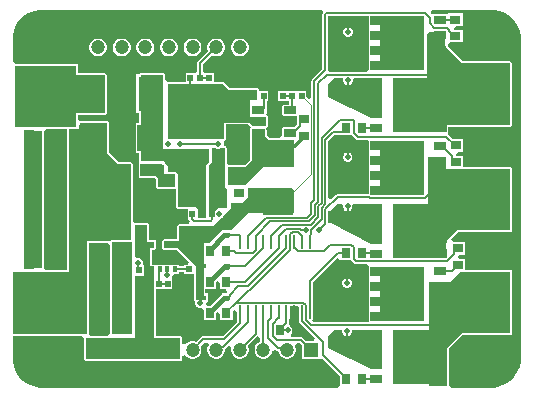
<source format=gtl>
G04*
G04 #@! TF.GenerationSoftware,Altium Limited,Altium Designer,23.8.1 (32)*
G04*
G04 Layer_Physical_Order=1*
G04 Layer_Color=255*
%FSLAX44Y44*%
%MOMM*%
G71*
G04*
G04 #@! TF.SameCoordinates,050FA7AA-ABA3-4C18-851E-56E06D371AC9*
G04*
G04*
G04 #@! TF.FilePolarity,Positive*
G04*
G01*
G75*
%ADD10C,0.1000*%
%ADD11C,0.2000*%
%ADD14R,1.0000X0.8000*%
%ADD15R,1.2700X0.9400*%
%ADD16R,0.4700X0.5200*%
%ADD17R,2.1600X2.2600*%
%ADD18R,0.5900X0.4500*%
%ADD19R,0.9500X1.7000*%
%ADD20R,0.4000X0.5000*%
%ADD21R,1.9000X1.1000*%
%ADD22R,0.5200X0.4700*%
%ADD23R,0.7500X0.9000*%
%ADD24R,0.9000X0.7500*%
%ADD25O,0.2500X1.2000*%
%ADD26R,2.5000X1.8950*%
G04:AMPARAMS|DCode=27|XSize=1.1mm|YSize=0.6mm|CornerRadius=0.051mm|HoleSize=0mm|Usage=FLASHONLY|Rotation=180.000|XOffset=0mm|YOffset=0mm|HoleType=Round|Shape=RoundedRectangle|*
%AMROUNDEDRECTD27*
21,1,1.1000,0.4980,0,0,180.0*
21,1,0.9980,0.6000,0,0,180.0*
1,1,0.1020,-0.4990,0.2490*
1,1,0.1020,0.4990,0.2490*
1,1,0.1020,0.4990,-0.2490*
1,1,0.1020,-0.4990,-0.2490*
%
%ADD27ROUNDEDRECTD27*%
%ADD28R,1.7000X0.9500*%
%ADD29R,3.3000X1.0500*%
%ADD30R,0.8000X1.0000*%
%ADD31R,0.9400X1.2700*%
%ADD32R,1.9600X3.0000*%
G04:AMPARAMS|DCode=33|XSize=5mm|YSize=5mm|CornerRadius=1.25mm|HoleSize=0mm|Usage=FLASHONLY|Rotation=0.000|XOffset=0mm|YOffset=0mm|HoleType=Round|Shape=RoundedRectangle|*
%AMROUNDEDRECTD33*
21,1,5.0000,2.5000,0,0,0.0*
21,1,2.5000,5.0000,0,0,0.0*
1,1,2.5000,1.2500,-1.2500*
1,1,2.5000,-1.2500,-1.2500*
1,1,2.5000,-1.2500,1.2500*
1,1,2.5000,1.2500,1.2500*
%
%ADD33ROUNDEDRECTD33*%
%ADD34C,1.2000*%
%ADD35R,1.2000X1.2000*%
%ADD36C,3.2000*%
%ADD37C,0.3000*%
%AMCUSTOMSHAPE38*
4,1,16,2.2500,-2.3000,2.2500,2.3000,-2.2500,2.3000,-2.2500,1.5000,-1.4000,1.5000,-1.4000,1.0300,-2.2500,1.0300,-2.2500,0.2300,-1.4000,0.2300,-1.4000,-0.2400,-2.2500,-0.2400,-2.2500,-1.0400,-1.4000,-1.0400,-1.4000,-1.5100,-2.2500,-1.5100,-2.2500,-2.3000,2.2500,-2.3000,0.0*%
%ADD38CUSTOMSHAPE38*%

%ADD39R,0.2540X0.2540*%
%AMCUSTOMSHAPE40*
4,1,16,-2.2500,2.3000,-2.2500,-2.3000,2.2500,-2.3000,2.2500,-1.5000,1.4000,-1.5000,1.4000,-1.0300,2.2500,-1.0300,2.2500,-0.2300,1.4000,-0.2300,1.4000,0.2400,2.2500,0.2400,2.2500,1.0400,1.4000,1.0400,1.4000,1.5100,2.2500,1.5100,2.2500,2.3000,-2.2500,2.3000,0.0*%
%ADD40CUSTOMSHAPE40*%

%AMCUSTOMSHAPE41*
4,1,16,-2.3000,-2.2500,2.3000,-2.2500,2.3000,2.2500,1.5000,2.2500,1.5000,1.4000,1.0300,1.4000,1.0300,2.2500,0.2300,2.2500,0.2300,1.4000,-0.2400,1.4000,-0.2400,2.2500,-1.0400,2.2500,-1.0400,1.4000,-1.5100,1.4000,-1.5100,2.2500,-2.3000,2.2500,-2.3000,-2.2500,0.0*%
%ADD41CUSTOMSHAPE41*%

%ADD42C,0.4000*%
%ADD43C,0.3000*%
%ADD44R,0.2286X0.3048*%
%ADD45C,0.5000*%
G36*
X285544Y346325D02*
X285750Y345460D01*
X285345Y344854D01*
X285151Y343878D01*
Y297556D01*
X276598Y289002D01*
X276045Y288175D01*
X275851Y287200D01*
Y273151D01*
X273504Y272180D01*
X271550Y274134D01*
Y279200D01*
X263850D01*
Y279200D01*
X262950D01*
Y279200D01*
X247650D01*
Y271000D01*
X256551D01*
Y267339D01*
X252810D01*
X252026Y267183D01*
X251361Y266739D01*
X250917Y266074D01*
X250761Y265290D01*
Y260310D01*
X250917Y259526D01*
X251361Y258861D01*
X252026Y258417D01*
X252810Y258261D01*
X262790D01*
X263039Y257600D01*
X263300D01*
Y256911D01*
X263700Y255852D01*
Y252596D01*
X263651Y252350D01*
Y250756D01*
X261234Y248339D01*
X252810D01*
X252026Y248183D01*
X251361Y247739D01*
X250917Y247074D01*
X250761Y246290D01*
Y241310D01*
X248697Y239624D01*
X239772D01*
X237839Y241557D01*
Y246290D01*
X237824Y246370D01*
Y246800D01*
X237493Y247598D01*
X238348Y247952D01*
X238824Y249100D01*
Y257300D01*
X238348Y258448D01*
X237962Y258608D01*
X237683Y259526D01*
X237839Y260310D01*
Y264725D01*
X238021Y264996D01*
X238215Y265972D01*
Y271000D01*
X239250D01*
Y279200D01*
X231724D01*
Y280000D01*
X231248Y281148D01*
X230100Y281624D01*
X206873D01*
X202548Y285948D01*
X201400Y286424D01*
X193250D01*
Y294400D01*
X185550D01*
X184249Y296401D01*
Y301444D01*
X191995Y309190D01*
X192305Y309011D01*
X194213Y308500D01*
X196187D01*
X198095Y309011D01*
X199805Y309998D01*
X201201Y311395D01*
X202189Y313105D01*
X202700Y315013D01*
Y316987D01*
X202189Y318895D01*
X201201Y320605D01*
X199805Y322001D01*
X198095Y322989D01*
X196187Y323500D01*
X194213D01*
X192305Y322989D01*
X190595Y322001D01*
X189198Y320605D01*
X188211Y318895D01*
X187700Y316987D01*
Y315013D01*
X188211Y313105D01*
X188390Y312795D01*
X179898Y304302D01*
X179345Y303475D01*
X179151Y302500D01*
Y295218D01*
X176950Y294400D01*
X176950Y294400D01*
Y294400D01*
X176950Y294400D01*
X169250D01*
Y286424D01*
X154300D01*
X152224Y288313D01*
Y292700D01*
X151748Y293848D01*
X150600Y294324D01*
X131200D01*
X130052Y293848D01*
X129783Y293200D01*
X127500D01*
Y260200D01*
X129576D01*
X129576Y252100D01*
X127200D01*
Y226500D01*
X129576D01*
Y219600D01*
X129948Y218704D01*
X129828Y218415D01*
X129600Y218187D01*
X129600Y217864D01*
X129476Y217566D01*
Y207200D01*
X129952Y206052D01*
X131100Y205576D01*
X143728D01*
X144476Y204827D01*
Y198100D01*
X144952Y196952D01*
X146100Y196476D01*
X160600D01*
X161576Y195824D01*
Y181200D01*
X162052Y180052D01*
X163200Y179576D01*
X168666D01*
X171050Y179200D01*
Y171000D01*
X171581D01*
X173010Y168733D01*
X173001Y168684D01*
X171980Y166424D01*
X164000D01*
X162852Y165948D01*
X162376Y164800D01*
Y153624D01*
X151000D01*
X149852Y153148D01*
X149376Y152000D01*
Y146000D01*
X149852Y144852D01*
X151000Y144376D01*
X162327D01*
X172507Y134197D01*
X171535Y131850D01*
X167900D01*
Y130549D01*
X164000D01*
Y132000D01*
X142698D01*
X142400Y132124D01*
X140724D01*
Y144876D01*
X142900D01*
X143198Y145000D01*
X144500D01*
Y146301D01*
X144624Y146600D01*
Y151000D01*
X144500Y151299D01*
Y153000D01*
X138324D01*
X138324Y165573D01*
X138324Y165700D01*
X138323Y165700D01*
X138282Y165800D01*
X138282Y165800D01*
X138200Y165998D01*
X138200Y166321D01*
X138200Y166321D01*
X138159Y166421D01*
X137930Y166649D01*
X137807Y166948D01*
X137508Y167072D01*
X137282Y167298D01*
X137280Y167300D01*
X136957D01*
X136659Y167423D01*
X136659Y167424D01*
X136117Y167424D01*
X126600D01*
X124624Y169354D01*
Y217000D01*
X124148Y218148D01*
X123000Y218624D01*
X112673D01*
X104624Y226672D01*
Y252000D01*
X104148Y253148D01*
X103000Y253624D01*
X80000D01*
X78524Y255761D01*
Y259076D01*
X101000D01*
X102148Y259552D01*
X102624Y260700D01*
Y292700D01*
X102148Y293848D01*
X101000Y294324D01*
X78524D01*
Y300500D01*
X78048Y301648D01*
X76900Y302124D01*
X25540D01*
X23982Y303071D01*
X23000Y304086D01*
Y323091D01*
X23000Y323100D01*
X23033Y325629D01*
X23961Y330292D01*
X25845Y334842D01*
X28581Y338937D01*
X32063Y342419D01*
X36158Y345155D01*
X40708Y347039D01*
X45538Y348000D01*
X48000D01*
X284625Y348000D01*
X285544Y346325D01*
D02*
G37*
G36*
X324476Y335010D02*
X324952Y333862D01*
X324952Y331458D01*
X324476Y330310D01*
Y322310D01*
X324952Y321162D01*
X324952Y318758D01*
X324476Y317610D01*
Y309610D01*
X324952Y308462D01*
X324952Y306058D01*
X324476Y304910D01*
Y297010D01*
X322332Y295549D01*
X291029D01*
X290249Y296500D01*
Y342501D01*
X324476D01*
Y335010D01*
D02*
G37*
G36*
X335900Y256400D02*
X325900D01*
X289700Y273600D01*
Y284000D01*
X295400Y289700D01*
X302396D01*
X303000Y288796D01*
Y287204D01*
X303609Y285734D01*
X304233Y285110D01*
Y284016D01*
X304709Y282868D01*
X305857Y282393D01*
X308143D01*
X309291Y282868D01*
X309767Y284016D01*
Y285110D01*
X310391Y285734D01*
X311000Y287204D01*
Y288796D01*
X311604Y289700D01*
X335900D01*
Y256400D01*
D02*
G37*
G36*
X388900Y317300D02*
X403600Y302600D01*
X443800D01*
X444000Y302400D01*
Y250400D01*
X373900D01*
X373800Y250500D01*
X373702Y327603D01*
X375497Y329400D01*
X388900D01*
Y317300D01*
D02*
G37*
G36*
X206200Y280000D02*
X230100D01*
Y271200D01*
X223800D01*
Y265487D01*
X223761Y265290D01*
Y260310D01*
X223800Y260113D01*
Y257300D01*
X237200D01*
Y249100D01*
X226200D01*
X222900Y252400D01*
X202200D01*
Y238600D01*
X154300D01*
Y284800D01*
X201400D01*
X206200Y280000D01*
D02*
G37*
G36*
X76900Y292700D02*
X101000D01*
Y260700D01*
X76900D01*
Y248600D01*
X24900D01*
Y300500D01*
X76900D01*
Y292700D01*
D02*
G37*
G36*
X202400Y198200D02*
X204500Y196100D01*
Y180300D01*
X196800D01*
X194000Y177500D01*
Y176399D01*
X193750Y175796D01*
Y174595D01*
X191688Y173051D01*
X189500Y173658D01*
Y216700D01*
X191300Y218500D01*
Y230900D01*
X194443D01*
X194734Y230609D01*
X196204Y230000D01*
X197796D01*
X199266Y230609D01*
X199557Y230900D01*
X202400D01*
Y198200D01*
D02*
G37*
G36*
X224385Y248619D02*
X224252Y247948D01*
X223776Y246800D01*
Y246369D01*
X223761Y246290D01*
Y241310D01*
X223776Y241231D01*
X223776Y221073D01*
X219228Y216524D01*
X205200D01*
X204024Y218786D01*
Y230900D01*
X203548Y232048D01*
X203311Y232146D01*
X202124Y232690D01*
X201545Y234566D01*
X201451Y235536D01*
X202751Y237205D01*
X203348Y237452D01*
X203824Y238600D01*
Y250776D01*
X222227D01*
X224385Y248619D01*
D02*
G37*
G36*
X236200Y240900D02*
X239100Y238000D01*
X260900D01*
Y215000D01*
X260800Y214900D01*
X234900Y214900D01*
X219400Y199400D01*
X205300D01*
X205200Y199500D01*
Y214900D01*
X219900D01*
X225400Y220400D01*
X225400Y246800D01*
X236200D01*
Y240900D01*
D02*
G37*
G36*
X150700Y215180D02*
Y209200D01*
X154443D01*
X154500Y209176D01*
X160527D01*
X160600Y209104D01*
Y198100D01*
X146100D01*
Y205500D01*
X144400Y207200D01*
X131100D01*
Y217566D01*
X131124Y217576D01*
X148281Y217596D01*
X150700Y215180D01*
D02*
G37*
G36*
X261300Y195255D02*
X261300Y175600D01*
X222400D01*
X208200Y161400D01*
X200300D01*
X189100Y150200D01*
X184500D01*
Y102000D01*
X178400D01*
Y130600D01*
X163000Y146000D01*
X151000D01*
Y152000D01*
X164000D01*
Y164800D01*
X192300D01*
X198500Y171000D01*
X198546D01*
X200016Y171609D01*
X201141Y172734D01*
X201750Y174204D01*
Y174250D01*
X207700Y180200D01*
Y184400D01*
X217100Y184400D01*
X220150Y187450D01*
X220300D01*
Y187600D01*
X222000Y189300D01*
Y197000D01*
X229597D01*
X229649Y196949D01*
X259501Y197048D01*
X261300Y195255D01*
D02*
G37*
G36*
X310050Y242100D02*
X310410Y241729D01*
X310498Y241598D01*
X313798Y238298D01*
X314625Y237745D01*
X315600Y237551D01*
X323841D01*
X324476Y236600D01*
Y228600D01*
X324952Y227452D01*
X324952Y225048D01*
X324476Y223900D01*
Y215900D01*
X324952Y214752D01*
X324952Y212348D01*
X324476Y211200D01*
Y203200D01*
X324952Y202052D01*
X324952Y199648D01*
X324476Y198500D01*
Y191914D01*
X298187D01*
X297211Y191720D01*
X296384Y191168D01*
X292596Y187379D01*
X290249Y188351D01*
Y236823D01*
X295477Y242051D01*
X302050D01*
X302296Y242100D01*
X310050Y242100D01*
D02*
G37*
G36*
X335900Y183300D02*
Y149941D01*
X335800Y149900D01*
X326000D01*
X292200Y167700D01*
X292100Y167800D01*
Y178200D01*
X297300Y183400D01*
X302016D01*
X302500Y182676D01*
Y181084D01*
X303109Y179614D01*
X303734Y178990D01*
Y177816D01*
X304209Y176668D01*
X305357Y176193D01*
X307643D01*
X308791Y176668D01*
X309267Y177816D01*
Y178990D01*
X309891Y179614D01*
X310500Y181084D01*
Y182676D01*
X310984Y183400D01*
X335859D01*
X335900Y183300D01*
D02*
G37*
G36*
X150600Y230000D02*
X188900Y230000D01*
Y219000D01*
X186400Y216500D01*
Y171800D01*
X180000D01*
Y179300D01*
X178100Y181200D01*
X163200D01*
Y208800D01*
X161200Y210800D01*
X154500D01*
X154500Y215800D01*
X152150Y218150D01*
Y218200D01*
X152100D01*
X150700Y219600D01*
X131200Y219600D01*
X131200Y292700D01*
X150600D01*
Y230000D01*
D02*
G37*
G36*
X103000Y226000D02*
X112000Y217000D01*
X123000D01*
Y152624D01*
X106800D01*
X105652Y152148D01*
X105591Y152000D01*
X103798D01*
X103500Y152124D01*
X87500D01*
X87443Y152100D01*
X85850D01*
Y152000D01*
X85500D01*
Y73000D01*
X23000D01*
Y126000D01*
X70500D01*
Y246500D01*
X80000D01*
Y252000D01*
X103000D01*
Y226000D01*
D02*
G37*
G36*
X389500Y213000D02*
X444300D01*
Y161000D01*
X399500D01*
X390000Y151500D01*
Y138600D01*
X375000D01*
X374900Y138641D01*
Y223500D01*
X389500D01*
Y213000D01*
D02*
G37*
G36*
X47600Y129000D02*
X32100D01*
Y245600D01*
X47600D01*
Y129000D01*
D02*
G37*
G36*
X68876Y246500D02*
Y127624D01*
X51403D01*
X49224Y129000D01*
Y245600D01*
X51403Y246976D01*
X68558D01*
X68876Y246500D01*
D02*
G37*
G36*
X167900Y124150D02*
X176100D01*
X176776Y121890D01*
Y102000D01*
X177252Y100852D01*
X177294Y100835D01*
X177600Y100096D01*
Y98504D01*
X178209Y97034D01*
X179334Y95909D01*
X180804Y95300D01*
X182396D01*
X184650Y93484D01*
Y84900D01*
X195150D01*
Y90841D01*
X196110Y91571D01*
X198650Y90311D01*
Y84900D01*
X209150D01*
Y92489D01*
X210406Y93458D01*
X212946Y92275D01*
Y86850D01*
X213105Y86050D01*
Y83910D01*
X200644Y71449D01*
X184200D01*
X183225Y71255D01*
X182398Y70702D01*
X178405Y66710D01*
X178095Y66889D01*
X176187Y67400D01*
X174213D01*
X172305Y66889D01*
X170595Y65901D01*
X169198Y64505D01*
X169164Y64445D01*
X166624Y65125D01*
Y70000D01*
X166148Y71148D01*
X165000Y71624D01*
X143924D01*
Y111700D01*
X150350D01*
Y111700D01*
X150450D01*
Y111700D01*
X158150D01*
Y119900D01*
X158150D01*
X157982Y121540D01*
X159533Y124000D01*
X164000D01*
Y125451D01*
X167900D01*
Y124150D01*
D02*
G37*
G36*
X198650Y116811D02*
Y111400D01*
X203155D01*
X204420Y108860D01*
X203733Y107950D01*
X200250D01*
Y106856D01*
X199677Y106473D01*
X190103Y96900D01*
X188608D01*
X186763Y99058D01*
X187236Y100450D01*
X188150D01*
Y107950D01*
X186124D01*
Y111400D01*
X195150D01*
Y117341D01*
X196110Y118071D01*
X198650Y116811D01*
D02*
G37*
G36*
X299750Y136332D02*
Y135800D01*
X309595D01*
X309998Y135198D01*
X311698Y133498D01*
X312525Y132945D01*
X313500Y132751D01*
X323036D01*
X324481Y130211D01*
X324476Y130200D01*
Y122200D01*
X324952Y121052D01*
X324952Y118648D01*
X324476Y117500D01*
Y109500D01*
X324952Y108352D01*
X324952Y105948D01*
X324476Y104800D01*
Y96800D01*
X324952Y95652D01*
X324952Y93248D01*
X324476Y92100D01*
Y84200D01*
X323774Y83149D01*
X277907D01*
X277863Y83194D01*
X276713Y85587D01*
X276840Y85777D01*
X277054Y86850D01*
Y96350D01*
X276840Y97423D01*
X276799Y97485D01*
Y116973D01*
X297210Y137384D01*
X299750Y136332D01*
D02*
G37*
G36*
X123800Y73000D02*
X106800D01*
Y151000D01*
X123800D01*
Y73000D01*
D02*
G37*
G36*
X103500Y150202D02*
X105176Y148654D01*
Y73000D01*
X102997Y71624D01*
X89303D01*
X87124Y73000D01*
Y148116D01*
X87500Y150500D01*
Y150500D01*
X103500D01*
Y150202D01*
D02*
G37*
G36*
X335900Y43600D02*
X325900D01*
X289700Y61100D01*
Y71600D01*
X295000Y76900D01*
X301650D01*
X302000Y76376D01*
Y74784D01*
X302609Y73314D01*
X303234Y72689D01*
Y71517D01*
X303709Y70369D01*
X304857Y69894D01*
X307143D01*
X308291Y70369D01*
X308767Y71517D01*
Y72690D01*
X309391Y73314D01*
X310000Y74784D01*
Y76376D01*
X310350Y76900D01*
X335900D01*
Y43600D01*
D02*
G37*
G36*
X264946Y96350D02*
Y86850D01*
X265160Y85777D01*
X265297Y85572D01*
Y84416D01*
X265491Y83440D01*
X266043Y82613D01*
X278910Y69747D01*
X277938Y67400D01*
X271305D01*
X268717Y69988D01*
X267890Y70541D01*
X266914Y70735D01*
X259110D01*
X258516Y72029D01*
X258332Y73275D01*
X259191Y74134D01*
X259800Y75604D01*
Y77196D01*
X259191Y78666D01*
X258066Y79791D01*
X257055Y81975D01*
X257249Y82950D01*
Y85640D01*
X257340Y85777D01*
X257554Y86850D01*
Y96350D01*
X258129Y97051D01*
X264371D01*
X264946Y96350D01*
D02*
G37*
G36*
X136700Y165700D02*
Y151000D01*
X143000D01*
Y146600D01*
X142900Y146500D01*
X139100D01*
Y130500D01*
X142400D01*
Y113400D01*
X142300D01*
Y70000D01*
X165000D01*
Y52000D01*
X85000D01*
Y70000D01*
X126600D01*
Y113400D01*
Y122500D01*
X133700D01*
Y131800D01*
X133700D01*
X133258Y132462D01*
X133400Y132804D01*
Y134396D01*
X132791Y135866D01*
X131666Y136991D01*
X130196Y137600D01*
X128604D01*
X126600Y139519D01*
Y165800D01*
X136659D01*
X136700Y165700D01*
D02*
G37*
G36*
X444400Y74000D02*
X403200D01*
X391000Y61800D01*
Y29700D01*
X375600D01*
Y117600D01*
X393000D01*
X401400Y126000D01*
X444400D01*
Y74000D01*
D02*
G37*
G36*
X83376Y70000D02*
Y52000D01*
X83852Y50852D01*
X85000Y50376D01*
X165000D01*
X166148Y50852D01*
X166624Y52000D01*
Y54675D01*
X169164Y55355D01*
X169198Y55295D01*
X170595Y53899D01*
X172305Y52911D01*
X174213Y52400D01*
X176187D01*
X178095Y52911D01*
X179805Y53899D01*
X181201Y55295D01*
X182189Y57005D01*
X182700Y58913D01*
Y60887D01*
X182189Y62795D01*
X182010Y63105D01*
X185027Y66123D01*
X187691Y66098D01*
X187979Y65794D01*
X188798Y63811D01*
X188211Y62795D01*
X187700Y60887D01*
Y58913D01*
X188211Y57005D01*
X189198Y55295D01*
X190595Y53899D01*
X192305Y52911D01*
X194213Y52400D01*
X196187D01*
X198095Y52911D01*
X199805Y53899D01*
X201201Y55295D01*
X202189Y57005D01*
X202700Y58913D01*
Y60517D01*
X203066Y60762D01*
X205760Y63455D01*
X208035Y62138D01*
X207700Y60887D01*
Y58913D01*
X208211Y57005D01*
X209198Y55295D01*
X210595Y53899D01*
X212305Y52911D01*
X214213Y52400D01*
X216187D01*
X218095Y52911D01*
X219805Y53899D01*
X221201Y55295D01*
X222189Y57005D01*
X222700Y58913D01*
Y60887D01*
X222189Y62795D01*
X222010Y63105D01*
X230136Y71231D01*
X231761Y70855D01*
X232676Y70254D01*
Y66988D01*
X232305Y66889D01*
X230595Y65901D01*
X229198Y64505D01*
X228211Y62795D01*
X227700Y60887D01*
Y58913D01*
X228211Y57005D01*
X229198Y55295D01*
X230595Y53899D01*
X232305Y52911D01*
X234213Y52400D01*
X236187D01*
X238095Y52911D01*
X239805Y53899D01*
X241201Y55295D01*
X242189Y57005D01*
X242700Y58913D01*
Y59103D01*
X245240Y60155D01*
X245984Y59412D01*
X246811Y58859D01*
X247765Y58669D01*
X248211Y57005D01*
X249198Y55295D01*
X250595Y53899D01*
X252305Y52911D01*
X254213Y52400D01*
X256187D01*
X258095Y52911D01*
X259805Y53899D01*
X261201Y55295D01*
X262189Y57005D01*
X262700Y58913D01*
Y60887D01*
X262189Y62795D01*
X262015Y63097D01*
X263481Y65637D01*
X265858D01*
X267700Y63795D01*
Y52400D01*
X282700D01*
Y52400D01*
X285240Y52405D01*
X299850Y37795D01*
Y30540D01*
X297890Y28000D01*
X48000Y28000D01*
Y28000D01*
X45538D01*
X40708Y28961D01*
X36158Y30845D01*
X32063Y33581D01*
X28581Y37063D01*
X25845Y41158D01*
X23961Y45708D01*
X23000Y50538D01*
Y53000D01*
Y71376D01*
X81197D01*
X83376Y70000D01*
D02*
G37*
G36*
X428000Y348000D02*
X430462D01*
X435292Y347039D01*
X439842Y345155D01*
X443937Y342419D01*
X447419Y338937D01*
X450155Y334842D01*
X452039Y330292D01*
X453000Y325462D01*
Y323000D01*
X453000Y53000D01*
X453000Y53000D01*
X453000Y50538D01*
X452039Y45708D01*
X450155Y41158D01*
X447419Y37063D01*
X443937Y33581D01*
X439842Y30845D01*
X435292Y28961D01*
X430462Y28000D01*
X428000D01*
X394669D01*
X392624Y29700D01*
Y61128D01*
X403872Y72376D01*
X444400D01*
X445548Y72852D01*
X446024Y74000D01*
Y126000D01*
X445548Y127148D01*
X444400Y127624D01*
X406200D01*
Y137050D01*
X401218D01*
X399857Y139590D01*
X400495Y140550D01*
X406200D01*
Y151050D01*
X395438D01*
X394386Y153590D01*
X400173Y159376D01*
X444300D01*
X445448Y159852D01*
X445924Y161000D01*
Y213000D01*
X445448Y214148D01*
X444300Y214624D01*
X404000D01*
Y224250D01*
X399181D01*
X398581Y225210D01*
X399988Y227750D01*
X404000D01*
Y238250D01*
X395605D01*
X391952Y241902D01*
X391157Y242562D01*
X391524Y243800D01*
Y248776D01*
X444000D01*
X445148Y249252D01*
X445624Y250400D01*
Y302400D01*
X445148Y303548D01*
X444948Y303748D01*
X443800Y304224D01*
X404272D01*
X391600Y316896D01*
Y317793D01*
X391720Y319269D01*
X393709Y320250D01*
X403800D01*
Y330750D01*
X396933D01*
X396860Y330801D01*
X396387Y331710D01*
X397929Y334250D01*
X403800D01*
Y344750D01*
X391800D01*
Y344750D01*
X391600Y344610D01*
X378600D01*
Y344610D01*
X377457Y344553D01*
X376770Y345460D01*
X378032Y348000D01*
X428000D01*
Y348000D01*
D02*
G37*
%LPC*%
G36*
X216187Y323500D02*
X214213D01*
X212305Y322989D01*
X210595Y322001D01*
X209198Y320605D01*
X208211Y318895D01*
X207700Y316987D01*
Y315013D01*
X208211Y313105D01*
X209198Y311395D01*
X210595Y309998D01*
X212305Y309011D01*
X214213Y308500D01*
X216187D01*
X218095Y309011D01*
X219805Y309998D01*
X221201Y311395D01*
X222189Y313105D01*
X222700Y315013D01*
Y316987D01*
X222189Y318895D01*
X221201Y320605D01*
X219805Y322001D01*
X218095Y322989D01*
X216187Y323500D01*
D02*
G37*
G36*
X176187D02*
X174213D01*
X172305Y322989D01*
X170595Y322001D01*
X169198Y320605D01*
X168211Y318895D01*
X167700Y316987D01*
Y315013D01*
X168211Y313105D01*
X169198Y311395D01*
X170595Y309998D01*
X172305Y309011D01*
X174213Y308500D01*
X176187D01*
X178095Y309011D01*
X179805Y309998D01*
X181201Y311395D01*
X182189Y313105D01*
X182700Y315013D01*
Y316987D01*
X182189Y318895D01*
X181201Y320605D01*
X179805Y322001D01*
X178095Y322989D01*
X176187Y323500D01*
D02*
G37*
G36*
X156187D02*
X154213D01*
X152305Y322989D01*
X150595Y322001D01*
X149199Y320605D01*
X148211Y318895D01*
X147700Y316987D01*
Y315013D01*
X148211Y313105D01*
X149199Y311395D01*
X150595Y309998D01*
X152305Y309011D01*
X154213Y308500D01*
X156187D01*
X158095Y309011D01*
X159805Y309998D01*
X161201Y311395D01*
X162189Y313105D01*
X162700Y315013D01*
Y316987D01*
X162189Y318895D01*
X161201Y320605D01*
X159805Y322001D01*
X158095Y322989D01*
X156187Y323500D01*
D02*
G37*
G36*
X136187D02*
X134213D01*
X132305Y322989D01*
X130595Y322001D01*
X129199Y320605D01*
X128211Y318895D01*
X127700Y316987D01*
Y315013D01*
X128211Y313105D01*
X129199Y311395D01*
X130595Y309998D01*
X132305Y309011D01*
X134213Y308500D01*
X136187D01*
X138095Y309011D01*
X139805Y309998D01*
X141201Y311395D01*
X142189Y313105D01*
X142700Y315013D01*
Y316987D01*
X142189Y318895D01*
X141201Y320605D01*
X139805Y322001D01*
X138095Y322989D01*
X136187Y323500D01*
D02*
G37*
G36*
X116187D02*
X114213D01*
X112305Y322989D01*
X110595Y322001D01*
X109199Y320605D01*
X108211Y318895D01*
X107700Y316987D01*
Y315013D01*
X108211Y313105D01*
X109199Y311395D01*
X110595Y309998D01*
X112305Y309011D01*
X114213Y308500D01*
X116187D01*
X118095Y309011D01*
X119805Y309998D01*
X121201Y311395D01*
X122189Y313105D01*
X122700Y315013D01*
Y316987D01*
X122189Y318895D01*
X121201Y320605D01*
X119805Y322001D01*
X118095Y322989D01*
X116187Y323500D01*
D02*
G37*
G36*
X96187D02*
X94213D01*
X92305Y322989D01*
X90595Y322001D01*
X89199Y320605D01*
X88211Y318895D01*
X87700Y316987D01*
Y315013D01*
X88211Y313105D01*
X89199Y311395D01*
X90595Y309998D01*
X92305Y309011D01*
X94213Y308500D01*
X96187D01*
X98095Y309011D01*
X99805Y309998D01*
X101201Y311395D01*
X102189Y313105D01*
X102700Y315013D01*
Y316987D01*
X102189Y318895D01*
X101201Y320605D01*
X99805Y322001D01*
X98095Y322989D01*
X96187Y323500D01*
D02*
G37*
G36*
X308144Y334608D02*
X305858D01*
X304710Y334132D01*
X304235Y332984D01*
Y331811D01*
X303609Y331186D01*
X303000Y329716D01*
Y328124D01*
X303609Y326654D01*
X304734Y325529D01*
X306204Y324920D01*
X307796D01*
X309266Y325529D01*
X310391Y326654D01*
X311000Y328124D01*
Y329716D01*
X310391Y331186D01*
X309768Y331809D01*
Y332984D01*
X309292Y334132D01*
X308144Y334608D01*
D02*
G37*
G36*
X307644Y228608D02*
X305358D01*
X304210Y228132D01*
X303735Y226984D01*
Y225812D01*
X303109Y225186D01*
X302500Y223716D01*
Y222124D01*
X303109Y220654D01*
X304234Y219529D01*
X305704Y218920D01*
X307296D01*
X308766Y219529D01*
X309891Y220654D01*
X310500Y222124D01*
Y223716D01*
X309891Y225186D01*
X309268Y225809D01*
Y226984D01*
X308792Y228132D01*
X307644Y228608D01*
D02*
G37*
G36*
X307144Y122188D02*
X304858D01*
X303710Y121712D01*
X303234Y120564D01*
Y119391D01*
X302609Y118766D01*
X302000Y117296D01*
Y115704D01*
X302609Y114234D01*
X303734Y113109D01*
X305204Y112500D01*
X306796D01*
X308266Y113109D01*
X309391Y114234D01*
X310000Y115704D01*
Y117296D01*
X309391Y118766D01*
X308767Y119389D01*
Y120564D01*
X308292Y121712D01*
X307144Y122188D01*
D02*
G37*
%LPD*%
D10*
X250725Y183700D02*
X259700Y192675D01*
X275700Y208675D02*
Y267100D01*
X259700Y192675D02*
X275700Y208675D01*
X259700Y192675D02*
Y192675D01*
X247700Y183700D02*
X250725D01*
X267700Y274850D02*
X269550Y273000D01*
X269800D02*
X275700Y267100D01*
X267700Y274850D02*
Y275100D01*
X269550Y273000D02*
X269800D01*
D11*
X129450Y127650D02*
X129500Y127600D01*
X129450Y127650D02*
Y133550D01*
X129400Y133600D02*
X129450Y133550D01*
X287700Y166700D02*
Y178878D01*
X282000Y161000D02*
X287700Y166700D01*
X275500Y157736D02*
Y161764D01*
X284700Y170964D01*
X251100Y165700D02*
X275100D01*
X281700Y172300D02*
Y181364D01*
X275100Y165700D02*
X281700Y172300D01*
X284700Y170964D02*
Y180121D01*
X266869Y161574D02*
X270426D01*
X254500Y162600D02*
X265843D01*
X270426Y161574D02*
X271000Y161000D01*
X265843Y162600D02*
X266869Y161574D01*
X228750Y156350D02*
X241200Y168800D01*
X222250Y156350D02*
X237700Y171800D01*
X241750Y156350D02*
X251100Y165700D01*
X237700Y171800D02*
X272200D01*
X241200Y168800D02*
X273700D01*
X278700Y173800D01*
X272200Y171800D02*
X275700Y175300D01*
X274250Y156486D02*
X275500Y157736D01*
X367400Y54000D02*
X376500Y63100D01*
Y80600D01*
X377928Y170928D02*
Y194600D01*
X367400Y160400D02*
X377928Y170928D01*
X380700Y280100D02*
Y293000D01*
X367400Y266800D02*
X380700Y280100D01*
X287700Y178878D02*
X298187Y189365D01*
X324506D02*
X325272Y188600D01*
X371928D01*
X377928Y194600D01*
X298187Y189365D02*
X324506D01*
X257800Y243800D02*
X260300D01*
X266200Y249700D01*
Y252350D01*
X268950Y255100D01*
X269700D01*
X249700Y76400D02*
X255800D01*
X249300Y76800D02*
X249700Y76400D01*
X183424Y104200D02*
X183700D01*
X182174Y102950D02*
X183424Y104200D01*
X182174Y99874D02*
Y102950D01*
X181600Y99300D02*
X182174Y99874D01*
X285561Y55689D02*
Y66700D01*
X267846Y84416D02*
X285561Y66700D01*
X271000Y85504D02*
X275904Y80600D01*
X376500D01*
X265100Y75000D02*
X269700D01*
X263300Y76800D02*
X265100Y75000D01*
X261250Y86715D02*
Y91600D01*
X263300Y76800D02*
Y84665D01*
X261250Y86715D02*
X263300Y84665D01*
X254700Y91550D02*
X254750Y91600D01*
X254700Y82950D02*
Y91550D01*
X249300Y77550D02*
X254700Y82950D01*
X249300Y76800D02*
Y77550D01*
X239200Y69800D02*
X247786Y61214D01*
X239200Y84300D02*
X241587Y86687D01*
X239200Y69800D02*
Y84300D01*
X243100Y82100D02*
X247754Y86755D01*
X243100Y71922D02*
Y82100D01*
Y71922D02*
X246836Y68186D01*
X241587Y91437D02*
X241750Y91600D01*
X241587Y86687D02*
Y91437D01*
X247754Y86755D02*
X248019D01*
X248250Y86986D01*
Y91600D01*
X246836Y68186D02*
X266914D01*
X247786Y61214D02*
X253886D01*
X255200Y59900D01*
X181700Y290300D02*
Y302500D01*
X195200Y316000D01*
X197700Y296100D02*
X197850Y295950D01*
Y290450D02*
X198000Y290300D01*
X197850Y290450D02*
Y295950D01*
X181700Y290300D02*
X189400D01*
X164600Y234100D02*
X196900D01*
X197000Y234000D01*
X164500Y234200D02*
X164600Y234100D01*
X160500Y128000D02*
X172000D01*
X153950Y122950D02*
Y127950D01*
X147000Y116300D02*
Y127500D01*
X153950Y127950D02*
X154000Y128000D01*
X147000Y127500D02*
X147500Y128000D01*
X146500Y115800D02*
X147000Y116300D01*
X153900Y122900D02*
X153950Y122950D01*
X146500Y115800D02*
X154300D01*
X288800Y293000D02*
X380700D01*
X281400Y285600D02*
X288800Y293000D01*
X382882Y295182D02*
Y298792D01*
X385100Y301010D01*
X380700Y293000D02*
X382882Y295182D01*
X309722Y148900D02*
X311800Y146822D01*
Y137000D02*
Y146822D01*
X286400Y143500D02*
X291800Y148900D01*
X309722D01*
X287700Y296500D02*
Y343878D01*
X278400Y186549D02*
Y287200D01*
X287700Y296500D01*
X281400Y185306D02*
Y285600D01*
X330500Y248100D02*
X330900Y247700D01*
X318800Y248100D02*
X330500D01*
X319000Y141800D02*
X330400D01*
X330900Y141300D01*
X305100Y35400D02*
Y36150D01*
X285561Y55689D02*
X305100Y36150D01*
X267750Y91600D02*
X267846Y91504D01*
Y84416D02*
Y91504D01*
X319100Y35400D02*
X319600Y34900D01*
X330900D01*
X394648Y126300D02*
X396700Y128352D01*
Y129050D02*
X399450Y131800D01*
X385100Y126300D02*
X394648D01*
X396700Y128352D02*
Y129050D01*
X399450Y131800D02*
X400148D01*
X390628Y135300D02*
X396700Y141372D01*
Y143050D01*
X399450Y145800D02*
X400200D01*
X396700Y143050D02*
X399450Y145800D01*
X313500Y135300D02*
X390628D01*
X311800Y137000D02*
X313500Y135300D01*
X264600Y143500D02*
X286400D01*
X261250Y146850D02*
X264600Y143500D01*
X261250Y146850D02*
Y151600D01*
X397250Y233000D02*
X398000D01*
X390150Y240100D02*
X397250Y233000D01*
X315600Y240100D02*
X390150D01*
X394500Y221750D02*
X397250Y219000D01*
X385100Y232700D02*
X386100D01*
X394500Y224300D01*
Y221750D02*
Y224300D01*
X397250Y219000D02*
X398000D01*
X275700Y183849D02*
X278400Y186549D01*
X278700Y182606D02*
X281400Y185306D01*
X284700Y180121D02*
X287700Y183121D01*
X281700Y181364D02*
X284600Y184264D01*
X275700Y175300D02*
Y183849D01*
X278700Y173800D02*
Y182606D01*
X284600Y184264D02*
Y239021D01*
X300179Y254600D01*
X311128D01*
X287700Y183121D02*
Y237878D01*
X312300Y243400D02*
Y253428D01*
X287700Y237878D02*
X294422Y244600D01*
X311128Y254600D02*
X312300Y253428D01*
X259904Y159600D02*
X264600D01*
X267750Y156450D01*
X248250Y156350D02*
X254500Y162600D01*
X258000Y157696D02*
X259904Y159600D01*
X267750Y151600D02*
Y156450D01*
X258000Y144600D02*
Y157696D01*
X274250Y151600D02*
Y156486D01*
X397410Y339110D02*
X397800Y339500D01*
X385100Y339110D02*
X397410D01*
X392343Y330207D02*
Y330996D01*
X390928Y332410D02*
X392343Y330996D01*
X397050Y325500D02*
X397800D01*
X392343Y330207D02*
X397050Y325500D01*
X379972Y332410D02*
X390928D01*
X287700Y343878D02*
X288871Y345050D01*
X371888D01*
X375950Y340988D01*
Y336432D02*
Y340988D01*
Y336432D02*
X379972Y332410D01*
X222250Y151600D02*
Y156350D01*
X228750Y151600D02*
Y156350D01*
X312300Y243400D02*
X315600Y240100D01*
X294422Y244600D02*
X302050D01*
X304800Y247350D01*
X248250Y151600D02*
Y156350D01*
X241750Y151600D02*
Y156350D01*
X248154Y151504D02*
X248250Y151600D01*
X304800Y247350D02*
Y248100D01*
X377928Y194600D02*
X385100D01*
X224000Y110600D02*
X258000Y144600D01*
X298022Y141800D02*
X305000D01*
X274250Y91600D02*
Y118028D01*
X298022Y141800D01*
X222850Y110600D02*
X224000D01*
X211850Y99600D02*
X222850Y110600D01*
X254500Y146465D02*
X254750Y146715D01*
X254500Y146300D02*
Y146465D01*
X221800Y113600D02*
X254500Y146300D01*
X254750Y146715D02*
Y151600D01*
X214100Y113600D02*
X221800D01*
X211850Y99600D02*
X269096D01*
X271000Y85504D02*
Y97696D01*
X384100Y88200D02*
X385100D01*
X376500Y80600D02*
X384100Y88200D01*
X269096Y99600D02*
X271000Y97696D01*
X203900Y91650D02*
X211850Y99600D01*
X203900Y90900D02*
Y91650D01*
X214665Y157300D02*
X215750Y156215D01*
X204700Y157300D02*
X214665D01*
X215750Y151600D02*
Y156215D01*
X204700Y130700D02*
X220000D01*
X206650Y105450D02*
Y106150D01*
X205400Y104200D02*
X206650Y105450D01*
Y106150D02*
X214100Y113600D01*
X204700Y104200D02*
X205400D01*
X219300Y117400D02*
X248154Y146254D01*
X203900Y117400D02*
X219300D01*
X248154Y146254D02*
Y151504D01*
X235154D02*
X235250Y151600D01*
X220000Y130700D02*
X235154Y145854D01*
Y151504D01*
X210700Y144000D02*
X212400Y142300D01*
X226400D02*
X228800Y144700D01*
X212400Y142300D02*
X226400D01*
X228800Y144700D02*
Y151550D01*
X203900Y144000D02*
X210700D01*
X228750Y151600D02*
X228800Y151550D01*
X215200Y59900D02*
X228750Y73450D01*
Y91600D01*
X195200Y59900D02*
X197906D01*
X222250Y83550D02*
Y91600D01*
X201264Y62564D02*
X222250Y83550D01*
X200570Y62564D02*
X201264D01*
X197906Y59900D02*
X200570Y62564D01*
X184200Y68900D02*
X201700D01*
X215654Y82854D01*
Y91504D01*
X175200Y59900D02*
X184200Y68900D01*
X215654Y91504D02*
X215750Y91600D01*
X235200Y59900D02*
X235225Y59925D01*
Y91575D01*
X235250Y91600D01*
X266914Y68186D02*
X275200Y59900D01*
X257800Y262800D02*
X259100Y264100D01*
Y275100D01*
X251500D02*
X259100D01*
X230800Y262800D02*
X233300D01*
X235300Y264800D02*
Y265606D01*
X235400Y275100D02*
X235666Y274834D01*
X235300Y265606D02*
X235666Y265972D01*
Y274834D01*
X233300Y262800D02*
X235300Y264800D01*
X173100Y283900D02*
Y290300D01*
X173100Y283900D02*
X173100Y283900D01*
X174900Y170700D02*
X176400Y169200D01*
X190878D02*
X192050Y170372D01*
Y174950D01*
X176400Y169200D02*
X190878D01*
X174900Y175100D02*
X174900Y175100D01*
X174900Y170700D02*
Y175100D01*
X191900Y175100D02*
X192050Y174950D01*
D14*
X137000Y174200D02*
D03*
Y186900D02*
D03*
Y199600D02*
D03*
Y212300D02*
D03*
X385100Y339110D02*
D03*
Y326410D02*
D03*
Y313710D02*
D03*
Y301010D02*
D03*
Y232700D02*
D03*
Y220000D02*
D03*
Y207300D02*
D03*
Y194600D02*
D03*
Y126300D02*
D03*
Y113600D02*
D03*
Y100900D02*
D03*
Y88200D02*
D03*
X330900Y247700D02*
D03*
Y260400D02*
D03*
Y273100D02*
D03*
Y285800D02*
D03*
Y141300D02*
D03*
Y154000D02*
D03*
Y166700D02*
D03*
Y179400D02*
D03*
Y34900D02*
D03*
Y47600D02*
D03*
Y60300D02*
D03*
Y73000D02*
D03*
D15*
X153300Y174640D02*
D03*
X211600Y233160D02*
D03*
Y204200D02*
D03*
X153300Y203600D02*
D03*
D16*
X166300Y175100D02*
D03*
X162900Y115800D02*
D03*
X154300D02*
D03*
X146500D02*
D03*
X137900D02*
D03*
X259100Y275100D02*
D03*
X267700D02*
D03*
X235400D02*
D03*
X226800D02*
D03*
X251500D02*
D03*
X242900D02*
D03*
X156900Y214100D02*
D03*
X148300D02*
D03*
X173100Y290300D02*
D03*
X181700D02*
D03*
X189400D02*
D03*
X198000D02*
D03*
X183300Y175100D02*
D03*
X191900D02*
D03*
X174900D02*
D03*
D17*
X90500Y239300D02*
D03*
X139500D02*
D03*
D18*
X183700Y104200D02*
D03*
X204700D02*
D03*
Y157300D02*
D03*
X183700D02*
D03*
X204700Y130700D02*
D03*
X183700D02*
D03*
D19*
X92100Y81900D02*
D03*
X119100D02*
D03*
X63800Y137200D02*
D03*
X36800D02*
D03*
Y217200D02*
D03*
X63800D02*
D03*
X36800Y197200D02*
D03*
X63800D02*
D03*
X36800Y177200D02*
D03*
X63800D02*
D03*
X119100Y142100D02*
D03*
X92100D02*
D03*
X36800Y157200D02*
D03*
X63800D02*
D03*
X36800Y237200D02*
D03*
X63800Y237200D02*
D03*
X168800Y208100D02*
D03*
X195800D02*
D03*
X119100Y122000D02*
D03*
X92100D02*
D03*
X119100Y102000D02*
D03*
X92100Y102000D02*
D03*
D20*
X154000Y128000D02*
D03*
X160500Y149000D02*
D03*
X154000D02*
D03*
X147500D02*
D03*
X141000D02*
D03*
X160500Y128000D02*
D03*
X147500D02*
D03*
X141000D02*
D03*
D21*
X150750Y138500D02*
D03*
D22*
X129500Y127600D02*
D03*
Y119000D02*
D03*
X172000Y128000D02*
D03*
Y119400D02*
D03*
D23*
X145500Y160200D02*
D03*
X131500D02*
D03*
X170500D02*
D03*
X156500D02*
D03*
X319100Y35400D02*
D03*
X305100D02*
D03*
X318800Y248100D02*
D03*
X304800D02*
D03*
X319000Y141800D02*
D03*
X305000D02*
D03*
X189900Y90900D02*
D03*
X203900D02*
D03*
X249300Y76800D02*
D03*
X263300D02*
D03*
X203900Y117400D02*
D03*
X189900D02*
D03*
X203900Y144000D02*
D03*
X189900D02*
D03*
D24*
X400200Y131800D02*
D03*
Y145800D02*
D03*
X398000Y219000D02*
D03*
Y233000D02*
D03*
X397800Y339500D02*
D03*
Y325500D02*
D03*
X269700Y255100D02*
D03*
Y241100D02*
D03*
X214300Y178700D02*
D03*
Y192700D02*
D03*
D25*
X215750Y91600D02*
D03*
X222250D02*
D03*
X228750D02*
D03*
X235250D02*
D03*
X241750D02*
D03*
X248250D02*
D03*
X254750D02*
D03*
X261250D02*
D03*
X267750D02*
D03*
X274250D02*
D03*
X215750Y151600D02*
D03*
X222250D02*
D03*
X228750D02*
D03*
X235250D02*
D03*
X241750D02*
D03*
X248250D02*
D03*
X254750D02*
D03*
X261250D02*
D03*
X267750D02*
D03*
X274250D02*
D03*
D26*
X247700Y224600D02*
D03*
Y183700D02*
D03*
D27*
X230800Y243800D02*
D03*
Y253300D02*
D03*
Y262800D02*
D03*
X257800D02*
D03*
Y253300D02*
D03*
Y243800D02*
D03*
D28*
X212800Y273000D02*
D03*
Y246000D02*
D03*
D29*
X306200Y337800D02*
D03*
Y278800D02*
D03*
Y231800D02*
D03*
Y172800D02*
D03*
Y125400D02*
D03*
Y66400D02*
D03*
D30*
X196400Y224700D02*
D03*
X183700D02*
D03*
X171000D02*
D03*
X158300D02*
D03*
D31*
X168840Y188600D02*
D03*
X197800D02*
D03*
D32*
X89700Y276700D02*
D03*
X138800D02*
D03*
D33*
X50900Y99900D02*
D03*
Y274600D02*
D03*
X418100Y276400D02*
D03*
X418300Y187000D02*
D03*
X418400Y100000D02*
D03*
D34*
X95200Y39900D02*
D03*
X115200D02*
D03*
X135200D02*
D03*
X155200D02*
D03*
X175200D02*
D03*
X195200D02*
D03*
X215200D02*
D03*
X235200D02*
D03*
X95200Y59900D02*
D03*
X115200D02*
D03*
X135200D02*
D03*
X155200D02*
D03*
X175200D02*
D03*
X195200D02*
D03*
X215200D02*
D03*
X235200D02*
D03*
X255200Y39900D02*
D03*
Y59900D02*
D03*
X275200Y39900D02*
D03*
X95200Y316000D02*
D03*
X115200D02*
D03*
X135200D02*
D03*
X155200D02*
D03*
X175200D02*
D03*
X195200D02*
D03*
X215200D02*
D03*
X235200D02*
D03*
X95200Y336000D02*
D03*
X115200D02*
D03*
X135200D02*
D03*
X155200D02*
D03*
X175200D02*
D03*
X195200D02*
D03*
X215200D02*
D03*
X235200D02*
D03*
X255200Y316000D02*
D03*
Y336000D02*
D03*
X275200Y316000D02*
D03*
D35*
Y59900D02*
D03*
Y336000D02*
D03*
D36*
X48000Y323100D02*
D03*
Y53000D02*
D03*
X428000Y323100D02*
D03*
Y53000D02*
D03*
D37*
X38700Y313900D02*
D03*
X57200D02*
D03*
X35000Y323100D02*
D03*
X48000Y336100D02*
D03*
X61000Y323100D02*
D03*
X48000Y310100D02*
D03*
X38300Y331900D02*
D03*
X58100Y331600D02*
D03*
Y61500D02*
D03*
X38300Y61800D02*
D03*
X48000Y40000D02*
D03*
X61000Y53000D02*
D03*
X48000Y66000D02*
D03*
X35000Y53000D02*
D03*
X57200Y43800D02*
D03*
X38700D02*
D03*
X438100Y331600D02*
D03*
X418300Y331900D02*
D03*
X428000Y310100D02*
D03*
X441000Y323100D02*
D03*
X428000Y336100D02*
D03*
X415000Y323100D02*
D03*
X437200Y313900D02*
D03*
X418700D02*
D03*
X438100Y61500D02*
D03*
X418300Y61800D02*
D03*
X428000Y40000D02*
D03*
X441000Y53000D02*
D03*
X428000Y66000D02*
D03*
X415000Y53000D02*
D03*
X437200Y43800D02*
D03*
X418700D02*
D03*
D38*
X100500Y193200D02*
D03*
X348600Y320010D02*
D03*
Y213600D02*
D03*
Y107200D02*
D03*
D39*
X306500Y181880D02*
D03*
Y176800D02*
D03*
X306000Y75580D02*
D03*
Y70500D02*
D03*
Y116500D02*
D03*
Y121580D02*
D03*
X306500Y222920D02*
D03*
Y228000D02*
D03*
X307000Y328920D02*
D03*
Y334000D02*
D03*
Y288080D02*
D03*
Y283000D02*
D03*
D40*
X367400Y266800D02*
D03*
Y160400D02*
D03*
Y54000D02*
D03*
D41*
X177300Y261200D02*
D03*
D42*
X202200Y157050D02*
X204450D01*
X204700Y157300D01*
X189900Y144000D02*
Y144750D01*
X202200Y157050D01*
X189900Y118150D02*
X202200Y130450D01*
X204450D01*
X189900Y117400D02*
Y118150D01*
X204450Y130450D02*
X204700Y130700D01*
X202200Y103950D02*
X204450D01*
X189900Y90900D02*
Y91650D01*
X202200Y103950D01*
X204450D02*
X204700Y104200D01*
D43*
X262125Y232575D02*
X270650Y241100D01*
X255675Y232575D02*
X262125D01*
X247700Y224600D02*
X255675Y232575D01*
X270650Y241100D02*
X271400D01*
D44*
X306500Y179340D02*
D03*
X306000Y73041D02*
D03*
X306001Y119040D02*
D03*
X306501Y225460D02*
D03*
X307001Y331460D02*
D03*
X307000Y285540D02*
D03*
D45*
X129400Y133600D02*
D03*
X156500Y160200D02*
D03*
X149000Y171898D02*
D03*
X143006Y178390D02*
D03*
X137006Y172288D02*
D03*
X137000Y185000D02*
D03*
X111000Y254000D02*
D03*
X122000Y247000D02*
D03*
Y234000D02*
D03*
X111000Y239000D02*
D03*
X115000Y225000D02*
D03*
X110500Y77000D02*
D03*
Y97500D02*
D03*
Y117000D02*
D03*
Y137000D02*
D03*
X101000Y87000D02*
D03*
Y107000D02*
D03*
Y127000D02*
D03*
Y147000D02*
D03*
X55000Y142000D02*
D03*
Y162000D02*
D03*
Y182000D02*
D03*
Y202000D02*
D03*
Y221000D02*
D03*
Y242000D02*
D03*
X282000Y161000D02*
D03*
X271000D02*
D03*
X143250Y138500D02*
D03*
X150750D02*
D03*
X306500Y181880D02*
D03*
X191000Y80000D02*
D03*
X174000D02*
D03*
X156000Y102000D02*
D03*
Y80000D02*
D03*
X44000Y133000D02*
D03*
Y153000D02*
D03*
Y173000D02*
D03*
Y193000D02*
D03*
Y213000D02*
D03*
Y234000D02*
D03*
X255800Y76400D02*
D03*
X181600Y99300D02*
D03*
X269700Y75000D02*
D03*
X208000Y277000D02*
D03*
X216000D02*
D03*
Y269000D02*
D03*
X208000D02*
D03*
X210000Y256000D02*
D03*
X218000D02*
D03*
X166000Y247000D02*
D03*
Y255000D02*
D03*
X158000D02*
D03*
Y263000D02*
D03*
X166000D02*
D03*
Y271000D02*
D03*
X158000D02*
D03*
X157500Y193700D02*
D03*
X154700Y234300D02*
D03*
X197700Y296100D02*
D03*
X223900Y287100D02*
D03*
X164500Y234200D02*
D03*
X145500Y160000D02*
D03*
X197750Y175000D02*
D03*
X189500Y298500D02*
D03*
X190500Y106000D02*
D03*
X197000Y234000D02*
D03*
X131500Y160200D02*
D03*
X245000Y256000D02*
D03*
X158250Y138500D02*
D03*
X153900Y122900D02*
D03*
X318000Y125000D02*
D03*
X310000D02*
D03*
X302000D02*
D03*
X294000D02*
D03*
X318000Y232000D02*
D03*
X310000D02*
D03*
X302000D02*
D03*
X294000D02*
D03*
X318000Y338000D02*
D03*
X310000D02*
D03*
X302000D02*
D03*
X294000D02*
D03*
X306000Y116500D02*
D03*
Y75580D02*
D03*
X306500Y222920D02*
D03*
X307000Y288000D02*
D03*
Y328920D02*
D03*
X360000Y91000D02*
D03*
X350000D02*
D03*
X340000D02*
D03*
X360000Y101000D02*
D03*
X350000D02*
D03*
X340000D02*
D03*
X360000Y111000D02*
D03*
X350000D02*
D03*
X340000D02*
D03*
X360000Y121000D02*
D03*
X350000D02*
D03*
X340000D02*
D03*
X360000Y201000D02*
D03*
X350000D02*
D03*
X340000D02*
D03*
X360000Y211000D02*
D03*
X350000D02*
D03*
X340000D02*
D03*
X360000Y221000D02*
D03*
X350000D02*
D03*
X340000D02*
D03*
X360000Y231000D02*
D03*
X350000D02*
D03*
X340000D02*
D03*
X360000Y306000D02*
D03*
X350000D02*
D03*
X340000D02*
D03*
X360000Y316000D02*
D03*
X350000D02*
D03*
X340000D02*
D03*
X360000Y326000D02*
D03*
X350000D02*
D03*
X340000D02*
D03*
X360000Y336000D02*
D03*
X350000D02*
D03*
X340000D02*
D03*
X214300Y192700D02*
D03*
X217200Y224700D02*
D03*
X208100Y224600D02*
D03*
M02*

</source>
